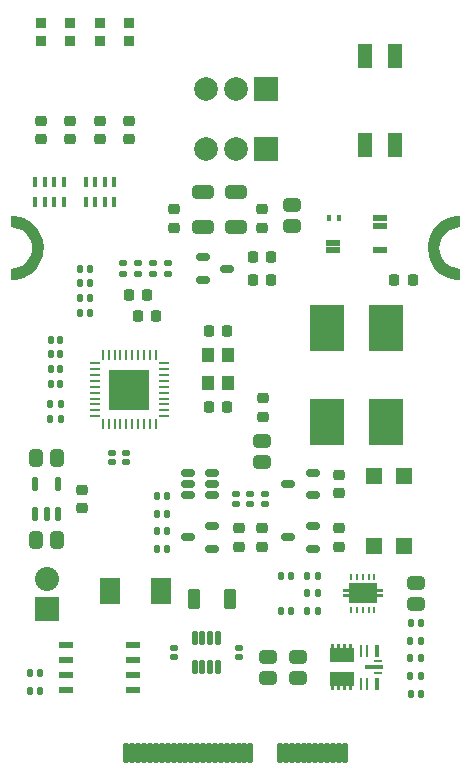
<source format=gbr>
%TF.GenerationSoftware,KiCad,Pcbnew,7.0.6*%
%TF.CreationDate,2023-08-17T07:35:16+09:30*%
%TF.ProjectId,spe-sink,7370652d-7369-46e6-9b2e-6b696361645f,V1.0*%
%TF.SameCoordinates,Original*%
%TF.FileFunction,Soldermask,Top*%
%TF.FilePolarity,Negative*%
%FSLAX46Y46*%
G04 Gerber Fmt 4.6, Leading zero omitted, Abs format (unit mm)*
G04 Created by KiCad (PCBNEW 7.0.6) date 2023-08-17 07:35:16*
%MOMM*%
%LPD*%
G01*
G04 APERTURE LIST*
G04 Aperture macros list*
%AMRoundRect*
0 Rectangle with rounded corners*
0 $1 Rounding radius*
0 $2 $3 $4 $5 $6 $7 $8 $9 X,Y pos of 4 corners*
0 Add a 4 corners polygon primitive as box body*
4,1,4,$2,$3,$4,$5,$6,$7,$8,$9,$2,$3,0*
0 Add four circle primitives for the rounded corners*
1,1,$1+$1,$2,$3*
1,1,$1+$1,$4,$5*
1,1,$1+$1,$6,$7*
1,1,$1+$1,$8,$9*
0 Add four rect primitives between the rounded corners*
20,1,$1+$1,$2,$3,$4,$5,0*
20,1,$1+$1,$4,$5,$6,$7,0*
20,1,$1+$1,$6,$7,$8,$9,0*
20,1,$1+$1,$8,$9,$2,$3,0*%
%AMFreePoly0*
4,1,45,0.553535,1.028540,0.554999,1.025004,0.554999,-1.025004,0.553535,-1.028540,0.549999,-1.030004,-0.549999,-1.030004,-0.553535,-1.028540,-0.554999,-1.025004,-0.555006,-0.930006,-0.934994,-0.930006,-0.938530,-0.928542,-0.939994,-0.925006,-0.939994,-0.674994,-0.938530,-0.671458,-0.934994,-0.669994,-0.555006,-0.669994,-0.555006,-0.430006,-0.934994,-0.430006,-0.938530,-0.428542,-0.939994,-0.425006,
-0.939994,-0.174994,-0.938530,-0.171458,-0.934994,-0.169994,-0.555006,-0.169994,-0.555006,0.069994,-0.934994,0.069994,-0.938530,0.071458,-0.939994,0.074994,-0.939994,0.325006,-0.938530,0.328542,-0.934994,0.330006,-0.555006,0.330006,-0.555006,0.569994,-0.934994,0.569994,-0.938530,0.571458,-0.939994,0.574994,-0.939994,0.825006,-0.938530,0.828542,-0.934994,0.830006,-0.555006,0.830006,
-0.554999,1.025004,-0.553535,1.028540,-0.549999,1.030004,0.549999,1.030004,0.553535,1.028540,0.553535,1.028540,$1*%
%AMFreePoly1*
4,1,45,0.553535,1.028540,0.554999,1.025004,0.555006,0.830006,0.934994,0.830006,0.938530,0.828542,0.939994,0.825006,0.939994,0.574994,0.938530,0.571458,0.934994,0.569994,0.555006,0.569994,0.555006,0.330006,0.934994,0.330006,0.938530,0.328542,0.939994,0.325006,0.939994,0.074994,0.938530,0.071458,0.934994,0.069994,0.555006,0.069994,0.555006,-0.169994,0.934994,-0.169994,
0.938530,-0.171458,0.939994,-0.174994,0.939994,-0.425006,0.938530,-0.428542,0.934994,-0.430006,0.555006,-0.430006,0.555006,-0.669994,0.934994,-0.669994,0.938530,-0.671458,0.939994,-0.674994,0.939994,-0.925006,0.938530,-0.928542,0.934994,-0.930006,0.555006,-0.930006,0.554999,-1.025004,0.553535,-1.028540,0.549999,-1.030004,-0.549999,-1.030004,-0.553535,-1.028540,-0.554999,-1.025004,
-0.554999,1.025004,-0.553535,1.028540,-0.549999,1.030004,0.549999,1.030004,0.553535,1.028540,0.553535,1.028540,$1*%
%AMFreePoly2*
4,1,21,-0.125000,1.200000,0.125000,1.200000,0.125000,1.700000,0.375000,1.700000,0.375000,1.200000,0.825000,1.200000,0.825000,-1.200000,0.375000,-1.200000,0.375000,-1.700000,0.125000,-1.700000,0.125000,-1.200000,-0.125000,-1.200000,-0.125000,-1.700000,-0.375000,-1.700000,-0.375000,-1.200000,-0.825000,-1.200000,-0.825000,1.200000,-0.375000,1.200000,-0.375000,1.700000,-0.125000,1.700000,
-0.125000,1.200000,-0.125000,1.200000,$1*%
G04 Aperture macros list end*
%ADD10RoundRect,0.212500X0.277500X-0.212500X0.277500X0.212500X-0.277500X0.212500X-0.277500X-0.212500X0*%
%ADD11RoundRect,0.152500X-0.437500X0.152500X-0.437500X-0.152500X0.437500X-0.152500X0.437500X0.152500X0*%
%ADD12RoundRect,0.100000X0.100000X-0.350000X0.100000X0.350000X-0.100000X0.350000X-0.100000X-0.350000X0*%
%ADD13RoundRect,0.127500X-0.127500X-0.172500X0.127500X-0.172500X0.127500X0.172500X-0.127500X0.172500X0*%
%ADD14R,1.200000X2.000000*%
%ADD15RoundRect,0.127500X0.127500X0.172500X-0.127500X0.172500X-0.127500X-0.172500X0.127500X-0.172500X0*%
%ADD16RoundRect,0.100000X0.600000X0.600000X-0.600000X0.600000X-0.600000X-0.600000X0.600000X-0.600000X0*%
%ADD17RoundRect,0.127500X0.172500X-0.127500X0.172500X0.127500X-0.172500X0.127500X-0.172500X-0.127500X0*%
%ADD18RoundRect,0.147500X-0.147500X-0.152500X0.147500X-0.152500X0.147500X0.152500X-0.147500X0.152500X0*%
%ADD19R,3.000000X4.000000*%
%ADD20RoundRect,0.120000X0.120000X-0.485000X0.120000X0.485000X-0.120000X0.485000X-0.120000X-0.485000X0*%
%ADD21RoundRect,0.062500X0.350000X0.062500X-0.350000X0.062500X-0.350000X-0.062500X0.350000X-0.062500X0*%
%ADD22RoundRect,0.062500X0.062500X0.350000X-0.062500X0.350000X-0.062500X-0.350000X0.062500X-0.350000X0*%
%ADD23R,3.500000X3.500000*%
%ADD24R,1.220000X0.580000*%
%ADD25RoundRect,0.212500X-0.212500X-0.277500X0.212500X-0.277500X0.212500X0.277500X-0.212500X0.277500X0*%
%ADD26RoundRect,0.230000X-0.230000X-0.255000X0.230000X-0.255000X0.230000X0.255000X-0.230000X0.255000X0*%
%ADD27RoundRect,0.230000X0.230000X0.255000X-0.230000X0.255000X-0.230000X-0.255000X0.230000X-0.255000X0*%
%ADD28RoundRect,0.152500X0.437500X-0.152500X0.437500X0.152500X-0.437500X0.152500X-0.437500X-0.152500X0*%
%ADD29RoundRect,0.212500X-0.277500X0.212500X-0.277500X-0.212500X0.277500X-0.212500X0.277500X0.212500X0*%
%ADD30RoundRect,0.230000X-0.255000X0.230000X-0.255000X-0.230000X0.255000X-0.230000X0.255000X0.230000X0*%
%ADD31RoundRect,0.115000X0.115000X-0.460000X0.115000X0.460000X-0.115000X0.460000X-0.115000X-0.460000X0*%
%ADD32R,0.370002X1.124991*%
%ADD33R,0.250012X1.099998*%
%ADD34FreePoly0,270.000000*%
%ADD35FreePoly1,270.000000*%
%ADD36R,0.800000X0.250000*%
%ADD37R,1.520012X0.299999*%
%ADD38RoundRect,0.147500X0.152500X-0.147500X0.152500X0.147500X-0.152500X0.147500X-0.152500X-0.147500X0*%
%ADD39R,2.000000X2.000000*%
%ADD40C,2.000000*%
%ADD41RoundRect,0.147500X0.147500X0.152500X-0.147500X0.152500X-0.147500X-0.152500X0.147500X-0.152500X0*%
%ADD42RoundRect,0.255000X-0.255000X-0.630000X0.255000X-0.630000X0.255000X0.630000X-0.255000X0.630000X0*%
%ADD43RoundRect,0.290000X0.290000X0.445000X-0.290000X0.445000X-0.290000X-0.445000X0.290000X-0.445000X0*%
%ADD44RoundRect,0.100000X-0.100000X0.350000X-0.100000X-0.350000X0.100000X-0.350000X0.100000X0.350000X0*%
%ADD45R,1.200000X0.500000*%
%ADD46R,0.420000X0.500000*%
%ADD47RoundRect,0.290000X-0.620000X0.290000X-0.620000X-0.290000X0.620000X-0.290000X0.620000X0.290000X0*%
%ADD48R,1.090000X1.190000*%
%ADD49RoundRect,0.227500X-0.237500X0.227500X-0.237500X-0.227500X0.237500X-0.227500X0.237500X0.227500X0*%
%ADD50R,1.730000X2.230000*%
%ADD51RoundRect,0.101600X0.175000X0.725000X-0.175000X0.725000X-0.175000X-0.725000X0.175000X-0.725000X0*%
%ADD52C,0.657200*%
%ADD53RoundRect,0.290000X-0.445000X0.290000X-0.445000X-0.290000X0.445000X-0.290000X0.445000X0.290000X0*%
%ADD54RoundRect,0.290000X0.445000X-0.290000X0.445000X0.290000X-0.445000X0.290000X-0.445000X-0.290000X0*%
%ADD55RoundRect,0.290000X0.620000X-0.290000X0.620000X0.290000X-0.620000X0.290000X-0.620000X-0.290000X0*%
%ADD56R,0.240000X0.600000*%
%ADD57FreePoly2,270.000000*%
%ADD58RoundRect,0.147500X-0.152500X0.147500X-0.152500X-0.147500X0.152500X-0.147500X0.152500X0.147500X0*%
%ADD59RoundRect,0.127500X-0.172500X0.127500X-0.172500X-0.127500X0.172500X-0.127500X0.172500X0.127500X0*%
%ADD60R,2.032000X2.032000*%
%ADD61O,2.032000X2.032000*%
G04 APERTURE END LIST*
%TO.C,X2*%
G36*
X100358947Y-57273527D02*
G01*
X100711752Y-57343704D01*
X101052379Y-57459331D01*
X101375000Y-57618430D01*
X101674094Y-57818278D01*
X101944544Y-58055456D01*
X102181722Y-58325906D01*
X102381570Y-58625000D01*
X102540669Y-58947621D01*
X102656296Y-59288248D01*
X102750000Y-60000000D01*
X102726473Y-60358947D01*
X102656296Y-60711752D01*
X102540669Y-61052379D01*
X102381570Y-61375000D01*
X102181722Y-61674094D01*
X101944544Y-61944544D01*
X101674094Y-62181722D01*
X101375000Y-62381570D01*
X101052379Y-62540669D01*
X100711752Y-62656296D01*
X100358947Y-62726473D01*
X100000000Y-62750000D01*
X100000000Y-61750000D01*
X100303884Y-61723414D01*
X100598535Y-61644462D01*
X100875000Y-61515544D01*
X101124878Y-61340578D01*
X101340578Y-61124878D01*
X101515544Y-60875000D01*
X101644462Y-60598535D01*
X101723414Y-60303884D01*
X101750000Y-60000000D01*
X101723414Y-59696116D01*
X101644462Y-59401465D01*
X101515544Y-59125000D01*
X101340578Y-58875122D01*
X101124878Y-58659422D01*
X100875000Y-58484456D01*
X100598535Y-58355538D01*
X100000000Y-58250000D01*
X100000000Y-57250000D01*
X100358947Y-57273527D01*
G37*
G36*
X138000000Y-58250000D02*
G01*
X137696116Y-58276586D01*
X137401465Y-58355538D01*
X137125000Y-58484456D01*
X136875122Y-58659422D01*
X136659422Y-58875122D01*
X136484456Y-59125000D01*
X136355538Y-59401465D01*
X136276586Y-59696116D01*
X136250000Y-60000000D01*
X136276586Y-60303884D01*
X136355538Y-60598535D01*
X136484456Y-60875000D01*
X136659422Y-61124878D01*
X136875122Y-61340578D01*
X137125000Y-61515544D01*
X137401465Y-61644462D01*
X138000000Y-61750000D01*
X138000000Y-62750000D01*
X137641053Y-62726473D01*
X137288248Y-62656296D01*
X136947621Y-62540669D01*
X136625000Y-62381570D01*
X136325906Y-62181722D01*
X136055456Y-61944544D01*
X135818278Y-61674094D01*
X135618430Y-61375000D01*
X135459331Y-61052379D01*
X135343704Y-60711752D01*
X135250000Y-60000000D01*
X135273527Y-59641053D01*
X135343704Y-59288248D01*
X135459331Y-58947621D01*
X135618430Y-58625000D01*
X135818278Y-58325906D01*
X136055456Y-58055456D01*
X136325906Y-57818278D01*
X136625000Y-57618430D01*
X136947621Y-57459331D01*
X137288248Y-57343704D01*
X137641053Y-57273527D01*
X138000000Y-57250000D01*
X138000000Y-58250000D01*
G37*
%TD*%
D10*
%TO.C,R26*%
X121250000Y-56725000D03*
X121250000Y-58275000D03*
%TD*%
%TO.C,R21*%
X105000000Y-49225000D03*
X105000000Y-50775000D03*
%TD*%
%TO.C,R16*%
X107500000Y-49225000D03*
X107500000Y-50775000D03*
%TD*%
D11*
%TO.C,Q1*%
X117025000Y-85450000D03*
X117025000Y-83550000D03*
X114975000Y-84500000D03*
%TD*%
D12*
%TO.C,R19*%
X102050000Y-56100000D03*
X102850000Y-56100000D03*
X103650000Y-56100000D03*
X104450000Y-56100000D03*
X104450000Y-54400000D03*
X103650000Y-54400000D03*
X102850000Y-54400000D03*
X102050000Y-54400000D03*
%TD*%
D13*
%TO.C,R6*%
X113195000Y-85500000D03*
X112305000Y-85500000D03*
%TD*%
D14*
%TO.C,L3*%
X132520000Y-43750000D03*
X129980000Y-43750000D03*
X129980000Y-51250000D03*
X132520000Y-51250000D03*
%TD*%
D15*
%TO.C,R30*%
X133805000Y-94750000D03*
X134695000Y-94750000D03*
%TD*%
D16*
%TO.C,D4*%
X130750000Y-85200000D03*
X130750000Y-79300000D03*
X133250000Y-79300000D03*
X133250000Y-85200000D03*
%TD*%
D17*
%TO.C,R18*%
X111975000Y-61305000D03*
X111975000Y-62195000D03*
%TD*%
D18*
%TO.C,C7*%
X106655000Y-65500000D03*
X105845000Y-65500000D03*
%TD*%
D10*
%TO.C,R8*%
X119250000Y-83725000D03*
X119250000Y-85275000D03*
%TD*%
D19*
%TO.C,L2*%
X131750000Y-74750000D03*
X131750000Y-66750000D03*
X126750000Y-66750000D03*
X126750000Y-74750000D03*
%TD*%
D15*
%TO.C,R14*%
X103305000Y-73250000D03*
X104195000Y-73250000D03*
%TD*%
D20*
%TO.C,U5*%
X115525000Y-95505000D03*
X116175000Y-95505000D03*
X116825000Y-95505000D03*
X117475000Y-95505000D03*
X117475000Y-92995000D03*
X116825000Y-92995000D03*
X116175000Y-92995000D03*
X115525000Y-92995000D03*
%TD*%
D18*
%TO.C,C6*%
X106655000Y-64250000D03*
X105845000Y-64250000D03*
%TD*%
D21*
%TO.C,U4*%
X112937500Y-74250000D03*
X112937500Y-73750000D03*
X112937500Y-73250000D03*
X112937500Y-72750000D03*
X112937500Y-72250000D03*
X112937500Y-71750000D03*
X112937500Y-71250000D03*
X112937500Y-70750000D03*
X112937500Y-70250000D03*
X112937500Y-69750000D03*
D22*
X112250000Y-69062500D03*
X111750000Y-69062500D03*
X111250000Y-69062500D03*
X110750000Y-69062500D03*
X110250000Y-69062500D03*
X109750000Y-69062500D03*
X109250000Y-69062500D03*
X108750000Y-69062500D03*
X108250000Y-69062500D03*
X107750000Y-69062500D03*
D21*
X107062500Y-69750000D03*
X107062500Y-70250000D03*
X107062500Y-70750000D03*
X107062500Y-71250000D03*
X107062500Y-71750000D03*
X107062500Y-72250000D03*
X107062500Y-72750000D03*
X107062500Y-73250000D03*
X107062500Y-73750000D03*
X107062500Y-74250000D03*
D22*
X107750000Y-74937500D03*
X108250000Y-74937500D03*
X108750000Y-74937500D03*
X109250000Y-74937500D03*
X109750000Y-74937500D03*
X110250000Y-74937500D03*
X110750000Y-74937500D03*
X111250000Y-74937500D03*
X111750000Y-74937500D03*
X112250000Y-74937500D03*
D23*
X110000000Y-72000000D03*
%TD*%
D18*
%TO.C,C16*%
X104155000Y-69000000D03*
X103345000Y-69000000D03*
%TD*%
D24*
%TO.C,IC1*%
X110345000Y-97405000D03*
X110345000Y-96135000D03*
X110345000Y-94865000D03*
X110345000Y-93595000D03*
X104655000Y-93595000D03*
X104655000Y-94865000D03*
X104655000Y-96135000D03*
X104655000Y-97405000D03*
%TD*%
D25*
%TO.C,R23*%
X112275000Y-65750000D03*
X110725000Y-65750000D03*
%TD*%
D26*
%TO.C,C24*%
X122025000Y-60750000D03*
X120475000Y-60750000D03*
%TD*%
D13*
%TO.C,R3*%
X113195000Y-82500000D03*
X112305000Y-82500000D03*
%TD*%
D17*
%TO.C,R2*%
X120250000Y-80805000D03*
X120250000Y-81695000D03*
%TD*%
D18*
%TO.C,C12*%
X106655000Y-61750000D03*
X105845000Y-61750000D03*
%TD*%
D27*
%TO.C,C11*%
X116725000Y-67000000D03*
X118275000Y-67000000D03*
%TD*%
D28*
%TO.C,U2*%
X114975000Y-79050000D03*
X114975000Y-80000000D03*
X114975000Y-80950000D03*
X117025000Y-80950000D03*
X117025000Y-80000000D03*
X117025000Y-79050000D03*
%TD*%
D13*
%TO.C,R34*%
X125945000Y-90750000D03*
X125055000Y-90750000D03*
%TD*%
D29*
%TO.C,R7*%
X121250000Y-85275000D03*
X121250000Y-83725000D03*
%TD*%
D30*
%TO.C,C1*%
X127750000Y-80775000D03*
X127750000Y-79225000D03*
%TD*%
D31*
%TO.C,U6*%
X102050000Y-82500000D03*
X103000000Y-82500000D03*
X103950000Y-82500000D03*
X103950000Y-80000000D03*
X102050000Y-80000000D03*
%TD*%
D15*
%TO.C,R12*%
X101555000Y-96000000D03*
X102445000Y-96000000D03*
%TD*%
D32*
%TO.C,U7*%
X130960000Y-94112500D03*
D33*
X130150000Y-94100000D03*
X129650000Y-94100000D03*
D34*
X128000000Y-94500000D03*
D35*
X128000000Y-96500000D03*
D33*
X129650000Y-96900000D03*
X130150000Y-96900000D03*
D32*
X130960000Y-96887500D03*
D36*
X131059998Y-95999999D03*
D37*
X130690000Y-95500000D03*
D36*
X131059998Y-95000001D03*
%TD*%
D38*
%TO.C,C14*%
X109750000Y-77345000D03*
X109750000Y-78155000D03*
%TD*%
D39*
%TO.C,J1*%
X121540000Y-51580000D03*
X121540000Y-46500000D03*
D40*
X119000000Y-51580000D03*
X119000000Y-46500000D03*
X116460000Y-51580000D03*
X116460000Y-46500000D03*
%TD*%
D41*
%TO.C,C4*%
X133845000Y-91750000D03*
X134655000Y-91750000D03*
%TD*%
D18*
%TO.C,C13*%
X106655000Y-63000000D03*
X105845000Y-63000000D03*
%TD*%
D42*
%TO.C,R27*%
X118505000Y-89750000D03*
X115495000Y-89750000D03*
%TD*%
D43*
%TO.C,C18*%
X102125000Y-84750000D03*
X103875000Y-84750000D03*
%TD*%
D13*
%TO.C,R4*%
X113195000Y-81000000D03*
X112305000Y-81000000D03*
%TD*%
D38*
%TO.C,C15*%
X108500000Y-77345000D03*
X108500000Y-78155000D03*
%TD*%
D44*
%TO.C,R13*%
X108700000Y-54400000D03*
X107900000Y-54400000D03*
X107100000Y-54400000D03*
X106300000Y-54400000D03*
X106300000Y-56100000D03*
X107100000Y-56100000D03*
X107900000Y-56100000D03*
X108700000Y-56100000D03*
%TD*%
D25*
%TO.C,R20*%
X111525000Y-64000000D03*
X109975000Y-64000000D03*
%TD*%
D45*
%TO.C,L1*%
X127270000Y-60200000D03*
X127270000Y-59550000D03*
D46*
X126870000Y-57500000D03*
X127720000Y-57500000D03*
D45*
X131250000Y-60200000D03*
X131250000Y-58150000D03*
X131250000Y-57500000D03*
%TD*%
D47*
%TO.C,C29*%
X119000000Y-58225000D03*
X119000000Y-55275000D03*
%TD*%
D28*
%TO.C,D7*%
X116225000Y-60800000D03*
X116225000Y-62700000D03*
X118275000Y-61750000D03*
%TD*%
D29*
%TO.C,R28*%
X110000000Y-50775000D03*
X110000000Y-49225000D03*
%TD*%
D41*
%TO.C,C32*%
X122845000Y-90750000D03*
X123655000Y-90750000D03*
%TD*%
D10*
%TO.C,R29*%
X113750000Y-56725000D03*
X113750000Y-58275000D03*
%TD*%
D48*
%TO.C,X1*%
X116640000Y-69090000D03*
X116640000Y-71410000D03*
X118360000Y-71410000D03*
X118360000Y-69090000D03*
%TD*%
D15*
%TO.C,R5*%
X112305000Y-84000000D03*
X113195000Y-84000000D03*
%TD*%
D11*
%TO.C,U1*%
X125525000Y-80950000D03*
X125525000Y-79050000D03*
X123475000Y-80000000D03*
%TD*%
D17*
%TO.C,R25*%
X110750000Y-61305000D03*
X110750000Y-62195000D03*
%TD*%
D18*
%TO.C,C17*%
X104155000Y-67750000D03*
X103345000Y-67750000D03*
%TD*%
D26*
%TO.C,C22*%
X122025000Y-62750000D03*
X120475000Y-62750000D03*
%TD*%
D13*
%TO.C,R32*%
X125945000Y-89250000D03*
X125055000Y-89250000D03*
%TD*%
D41*
%TO.C,C27*%
X133845000Y-97750000D03*
X134655000Y-97750000D03*
%TD*%
D49*
%TO.C,D5*%
X110000000Y-42510000D03*
X110000000Y-40990000D03*
%TD*%
D10*
%TO.C,R15*%
X121300000Y-72725000D03*
X121300000Y-74275000D03*
%TD*%
D50*
%TO.C,D6*%
X112640000Y-89000000D03*
X108360000Y-89000000D03*
%TD*%
D51*
%TO.C,X2*%
X128250000Y-102725000D03*
X127750000Y-102725000D03*
X127250000Y-102725000D03*
X126750000Y-102725000D03*
X126250000Y-102725000D03*
X125750000Y-102725000D03*
X125250000Y-102725000D03*
X124750000Y-102725000D03*
X124250000Y-102725000D03*
X123750000Y-102725000D03*
X123250000Y-102725000D03*
X122750000Y-102725000D03*
X120250000Y-102725000D03*
X119750000Y-102725000D03*
X119250000Y-102725000D03*
X118750000Y-102725000D03*
X118250000Y-102725000D03*
X117750000Y-102725000D03*
X117250000Y-102725000D03*
X116750000Y-102725000D03*
X116250000Y-102725000D03*
X115750000Y-102725000D03*
X115250000Y-102725000D03*
X114750000Y-102725000D03*
X114250000Y-102725000D03*
X113750000Y-102725000D03*
X113250000Y-102725000D03*
X112750000Y-102725000D03*
X112250000Y-102725000D03*
X111750000Y-102725000D03*
X111250000Y-102725000D03*
X110750000Y-102725000D03*
X110250000Y-102725000D03*
X109750000Y-102725000D03*
D52*
X101000000Y-57900000D03*
X101000000Y-62100000D03*
X102300000Y-60000000D03*
X135700000Y-60000000D03*
X137000000Y-57900000D03*
X137000000Y-62100000D03*
%TD*%
D53*
%TO.C,C31*%
X134250000Y-90125000D03*
X134250000Y-88375000D03*
%TD*%
D27*
%TO.C,C23*%
X132450000Y-62750000D03*
X134000000Y-62750000D03*
%TD*%
D54*
%TO.C,C2*%
X121250000Y-76375000D03*
X121250000Y-78125000D03*
%TD*%
D53*
%TO.C,C25*%
X123750000Y-58125000D03*
X123750000Y-56375000D03*
%TD*%
D49*
%TO.C,D2*%
X102500000Y-42510000D03*
X102500000Y-40990000D03*
%TD*%
%TO.C,D3*%
X105000000Y-42510000D03*
X105000000Y-40990000D03*
%TD*%
D55*
%TO.C,C30*%
X116250000Y-55275000D03*
X116250000Y-58225000D03*
%TD*%
D38*
%TO.C,C28*%
X119250000Y-93845000D03*
X119250000Y-94655000D03*
%TD*%
D13*
%TO.C,R36*%
X123695000Y-87750000D03*
X122805000Y-87750000D03*
%TD*%
%TO.C,R35*%
X125945000Y-87750000D03*
X125055000Y-87750000D03*
%TD*%
D15*
%TO.C,R10*%
X103305000Y-74500000D03*
X104195000Y-74500000D03*
%TD*%
D11*
%TO.C,U3*%
X125525000Y-85450000D03*
X125525000Y-83550000D03*
X123475000Y-84500000D03*
%TD*%
D18*
%TO.C,C8*%
X104155000Y-71500000D03*
X103345000Y-71500000D03*
%TD*%
D38*
%TO.C,C3*%
X119000000Y-80845000D03*
X119000000Y-81655000D03*
%TD*%
D17*
%TO.C,R24*%
X109500000Y-61305000D03*
X109500000Y-62195000D03*
%TD*%
D56*
%TO.C,U8*%
X130750000Y-87850000D03*
X130250000Y-87850000D03*
X129750000Y-87850000D03*
X129250000Y-87850000D03*
X128750000Y-87850000D03*
X128750000Y-90650000D03*
X129250000Y-90650000D03*
X129750000Y-90650000D03*
X130250000Y-90650000D03*
X130750000Y-90650000D03*
D57*
X129750000Y-89250000D03*
%TD*%
D18*
%TO.C,C20*%
X102405000Y-97500000D03*
X101595000Y-97500000D03*
%TD*%
D58*
%TO.C,C19*%
X113750000Y-94655000D03*
X113750000Y-93845000D03*
%TD*%
D13*
%TO.C,R33*%
X134695000Y-96250000D03*
X133805000Y-96250000D03*
%TD*%
D10*
%TO.C,R17*%
X102500000Y-49225000D03*
X102500000Y-50775000D03*
%TD*%
D49*
%TO.C,D1*%
X107500000Y-42510000D03*
X107500000Y-40990000D03*
%TD*%
D54*
%TO.C,C26*%
X124250000Y-94625000D03*
X124250000Y-96375000D03*
%TD*%
D18*
%TO.C,C9*%
X104155000Y-70250000D03*
X103345000Y-70250000D03*
%TD*%
D10*
%TO.C,R11*%
X106000000Y-80475000D03*
X106000000Y-82025000D03*
%TD*%
D43*
%TO.C,C21*%
X102125000Y-77750000D03*
X103875000Y-77750000D03*
%TD*%
D10*
%TO.C,R9*%
X127750000Y-83725000D03*
X127750000Y-85275000D03*
%TD*%
D26*
%TO.C,C10*%
X118275000Y-73500000D03*
X116725000Y-73500000D03*
%TD*%
D59*
%TO.C,R1*%
X121500000Y-81695000D03*
X121500000Y-80805000D03*
%TD*%
D54*
%TO.C,C5*%
X121750000Y-94625000D03*
X121750000Y-96375000D03*
%TD*%
D17*
%TO.C,R22*%
X113250000Y-61305000D03*
X113250000Y-62195000D03*
%TD*%
D15*
%TO.C,R31*%
X133805000Y-93250000D03*
X134695000Y-93250000D03*
%TD*%
D60*
%TO.C,P2*%
X103000000Y-90525000D03*
D61*
X103000000Y-87985000D03*
%TD*%
M02*

</source>
